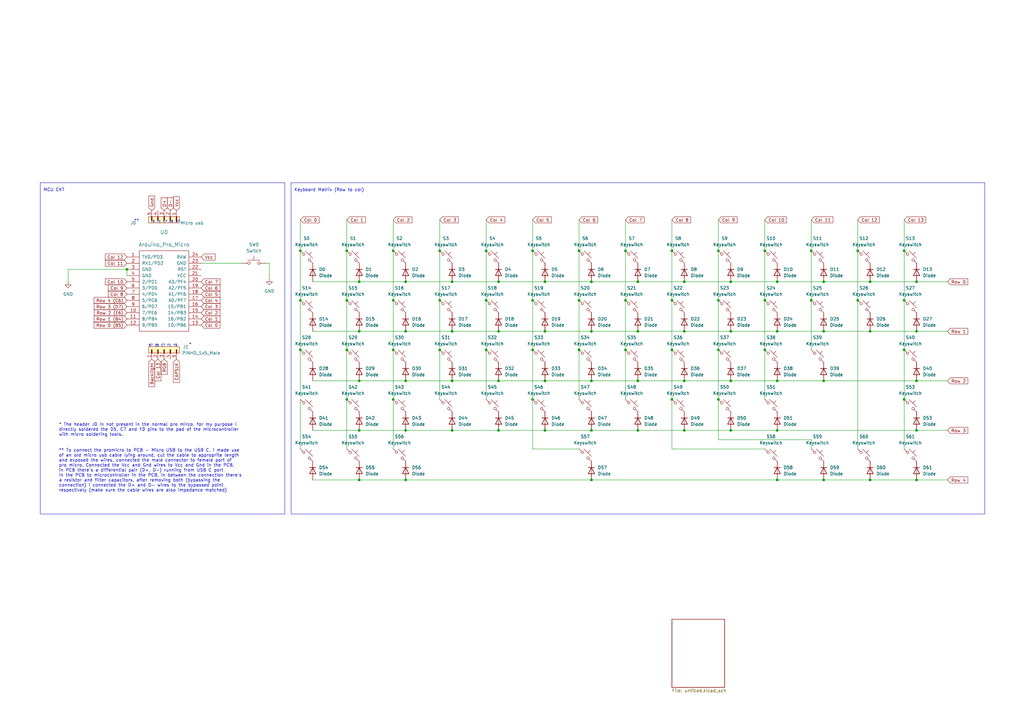
<source format=kicad_sch>
(kicad_sch (version 20230121) (generator eeschema)
  (paper "A3")
  (title_block (rev "v1.0"))
  (junction (at 185.42 135.89))
  (junction (at 337.82 196.85))
  (junction (at 256.54 123.19))
  (junction (at 223.52 156.21))
  (junction (at 337.82 115.57))
  (junction (at 261.62 176.53))
  (junction (at 299.72 156.21))
  (junction (at 356.87 135.89))
  (junction (at 180.34 102.87))
  (junction (at 318.77 135.89))
  (junction (at 199.39 123.19))
  (junction (at 299.72 135.89))
  (junction (at 370.84 123.19))
  (junction (at 375.92 196.85))
  (junction (at 166.37 196.85))
  (junction (at 185.42 115.57))
  (junction (at 294.64 123.19))
  (junction (at 161.29 143.51))
  (junction (at 223.52 135.89))
  (junction (at 242.57 156.21))
  (junction (at 370.84 143.51))
  (junction (at 256.54 143.51))
  (junction (at 52.07 110.49))
  (junction (at 351.79 123.19))
  (junction (at 375.92 135.89))
  (junction (at 161.29 123.19))
  (junction (at 166.37 156.21))
  (junction (at 161.29 102.87))
  (junction (at 242.57 196.85))
  (junction (at 275.59 102.87))
  (junction (at 123.19 102.87))
  (junction (at 166.37 115.57))
  (junction (at 199.39 102.87))
  (junction (at 280.67 115.57))
  (junction (at 218.44 143.51))
  (junction (at 166.37 135.89))
  (junction (at 237.49 143.51))
  (junction (at 204.47 156.21))
  (junction (at 318.77 156.21))
  (junction (at 337.82 156.21))
  (junction (at 147.32 196.85))
  (junction (at 166.37 176.53))
  (junction (at 261.62 115.57))
  (junction (at 375.92 115.57))
  (junction (at 313.69 102.87))
  (junction (at 256.54 102.87))
  (junction (at 123.19 123.19))
  (junction (at 142.24 163.83))
  (junction (at 237.49 102.87))
  (junction (at 218.44 102.87))
  (junction (at 142.24 102.87))
  (junction (at 318.77 115.57))
  (junction (at 204.47 115.57))
  (junction (at 318.77 196.85))
  (junction (at 294.64 163.83))
  (junction (at 185.42 156.21))
  (junction (at 242.57 135.89))
  (junction (at 242.57 176.53))
  (junction (at 294.64 102.87))
  (junction (at 218.44 123.19))
  (junction (at 123.19 143.51))
  (junction (at 261.62 135.89))
  (junction (at 313.69 143.51))
  (junction (at 180.34 143.51))
  (junction (at 280.67 176.53))
  (junction (at 356.87 196.85))
  (junction (at 275.59 163.83))
  (junction (at 332.74 102.87))
  (junction (at 261.62 156.21))
  (junction (at 337.82 135.89))
  (junction (at 280.67 135.89))
  (junction (at 332.74 123.19))
  (junction (at 180.34 123.19))
  (junction (at 223.52 176.53))
  (junction (at 370.84 102.87))
  (junction (at 280.67 156.21))
  (junction (at 351.79 102.87))
  (junction (at 161.29 163.83))
  (junction (at 223.52 115.57))
  (junction (at 199.39 143.51))
  (junction (at 218.44 163.83))
  (junction (at 318.77 176.53))
  (junction (at 142.24 143.51))
  (junction (at 294.64 143.51))
  (junction (at 275.59 123.19))
  (junction (at 299.72 115.57))
  (junction (at 204.47 176.53))
  (junction (at 204.47 135.89))
  (junction (at 242.57 115.57))
  (junction (at 356.87 115.57))
  (junction (at 147.32 156.21))
  (junction (at 370.84 163.83))
  (junction (at 185.42 176.53))
  (junction (at 275.59 143.51))
  (junction (at 375.92 156.21))
  (junction (at 299.72 176.53))
  (junction (at 147.32 115.57))
  (junction (at 147.32 135.89))
  (junction (at 313.69 123.19))
  (junction (at 237.49 123.19))
  (junction (at 375.92 176.53))
  (junction (at 147.32 176.53))
  (junction (at 142.24 123.19))
  (wire (pts (xy 147.32 196.85) (xy 166.37 196.85)))
  (wire (pts (xy 218.44 123.19) (xy 218.44 143.51)))
  (wire (pts (xy 299.72 115.57) (xy 318.77 115.57)))
  (wire (pts (xy 280.67 135.89) (xy 299.72 135.89)))
  (wire (pts (xy 147.32 156.21) (xy 166.37 156.21)))
  (wire (pts (xy 218.44 90.17) (xy 218.44 102.87)))
  (wire (pts (xy 52.07 110.49) (xy 27.94 110.49)))
  (wire (pts (xy 82.55 107.95) (xy 99.06 107.95)))
  (wire (pts (xy 218.44 163.83) (xy 218.44 184.15)))
  (wire (pts (xy 110.49 107.95) (xy 109.22 107.95)))
  (wire (pts (xy 275.59 143.51) (xy 275.59 163.83)))
  (wire (pts (xy 123.19 123.19) (xy 123.19 143.51)))
  (wire (pts (xy 123.19 90.17) (xy 123.19 102.87)))
  (wire (pts (xy 275.59 123.19) (xy 275.59 143.51)))
  (wire (pts (xy 294.64 102.87) (xy 294.64 123.19)))
  (wire (pts (xy 256.54 123.19) (xy 256.54 143.51)))
  (wire (pts (xy 142.24 143.51) (xy 142.24 163.83)))
  (wire (pts (xy 280.67 115.57) (xy 299.72 115.57)))
  (wire (pts (xy 318.77 135.89) (xy 337.82 135.89)))
  (wire (pts (xy 242.57 156.21) (xy 261.62 156.21)))
  (wire (pts (xy 275.59 102.87) (xy 275.59 123.19)))
  (wire (pts (xy 161.29 163.83) (xy 161.29 184.15)))
  (wire (pts (xy 332.74 102.87) (xy 332.74 123.19)))
  (wire (pts (xy 242.57 196.85) (xy 318.77 196.85)))
  (wire (pts (xy 142.24 123.19) (xy 142.24 143.51)))
  (wire (pts (xy 180.34 90.17) (xy 180.34 102.87)))
  (wire (pts (xy 166.37 176.53) (xy 185.42 176.53)))
  (wire (pts (xy 294.64 123.19) (xy 294.64 143.51)))
  (wire (pts (xy 161.29 102.87) (xy 161.29 123.19)))
  (wire (pts (xy 332.74 180.34) (xy 294.64 180.34)))
  (wire (pts (xy 142.24 163.83) (xy 142.24 184.15)))
  (wire (pts (xy 204.47 135.89) (xy 223.52 135.89)))
  (wire (pts (xy 313.69 143.51) (xy 313.69 163.83)))
  (wire (pts (xy 237.49 184.15) (xy 218.44 184.15)))
  (wire (pts (xy 318.77 115.57) (xy 337.82 115.57)))
  (wire (pts (xy 375.92 135.89) (xy 388.62 135.89)))
  (wire (pts (xy 313.69 184.15) (xy 275.59 184.15)))
  (wire (pts (xy 351.79 102.87) (xy 351.79 123.19)))
  (wire (pts (xy 332.74 184.15) (xy 332.74 180.34)))
  (wire (pts (xy 199.39 123.19) (xy 199.39 143.51)))
  (wire (pts (xy 299.72 176.53) (xy 318.77 176.53)))
  (wire (pts (xy 166.37 135.89) (xy 185.42 135.89)))
  (wire (pts (xy 128.27 135.89) (xy 147.32 135.89)))
  (wire (pts (xy 370.84 143.51) (xy 370.84 163.83)))
  (wire (pts (xy 375.92 115.57) (xy 388.62 115.57)))
  (wire (pts (xy 318.77 156.21) (xy 337.82 156.21)))
  (wire (pts (xy 166.37 115.57) (xy 185.42 115.57)))
  (wire (pts (xy 199.39 143.51) (xy 199.39 163.83)))
  (wire (pts (xy 299.72 135.89) (xy 318.77 135.89)))
  (wire (pts (xy 356.87 135.89) (xy 375.92 135.89)))
  (wire (pts (xy 128.27 196.85) (xy 147.32 196.85)))
  (wire (pts (xy 27.94 110.49) (xy 27.94 115.57)))
  (wire (pts (xy 294.64 90.17) (xy 294.64 102.87)))
  (wire (pts (xy 123.19 163.83) (xy 123.19 184.15)))
  (wire (pts (xy 261.62 135.89) (xy 280.67 135.89)))
  (wire (pts (xy 356.87 115.57) (xy 375.92 115.57)))
  (wire (pts (xy 147.32 135.89) (xy 166.37 135.89)))
  (wire (pts (xy 185.42 156.21) (xy 204.47 156.21)))
  (wire (pts (xy 337.82 115.57) (xy 356.87 115.57)))
  (wire (pts (xy 337.82 196.85) (xy 356.87 196.85)))
  (wire (pts (xy 166.37 156.21) (xy 185.42 156.21)))
  (wire (pts (xy 110.49 114.3) (xy 110.49 107.95)))
  (wire (pts (xy 185.42 135.89) (xy 204.47 135.89)))
  (wire (pts (xy 242.57 135.89) (xy 261.62 135.89)))
  (wire (pts (xy 313.69 90.17) (xy 313.69 102.87)))
  (wire (pts (xy 261.62 176.53) (xy 280.67 176.53)))
  (wire (pts (xy 275.59 184.15) (xy 275.59 163.83)))
  (wire (pts (xy 237.49 90.17) (xy 237.49 102.87)))
  (wire (pts (xy 180.34 123.19) (xy 180.34 143.51)))
  (wire (pts (xy 337.82 156.21) (xy 375.92 156.21)))
  (wire (pts (xy 161.29 123.19) (xy 161.29 143.51)))
  (wire (pts (xy 261.62 115.57) (xy 280.67 115.57)))
  (wire (pts (xy 142.24 90.17) (xy 142.24 102.87)))
  (wire (pts (xy 223.52 156.21) (xy 242.57 156.21)))
  (wire (pts (xy 242.57 176.53) (xy 261.62 176.53)))
  (wire (pts (xy 223.52 135.89) (xy 242.57 135.89)))
  (wire (pts (xy 275.59 90.17) (xy 275.59 102.87)))
  (wire (pts (xy 52.07 110.49) (xy 52.07 113.03)))
  (wire (pts (xy 280.67 156.21) (xy 299.72 156.21)))
  (wire (pts (xy 147.32 115.57) (xy 166.37 115.57)))
  (wire (pts (xy 237.49 143.51) (xy 237.49 163.83)))
  (wire (pts (xy 199.39 102.87) (xy 199.39 123.19)))
  (wire (pts (xy 185.42 115.57) (xy 204.47 115.57)))
  (wire (pts (xy 180.34 143.51) (xy 180.34 163.83)))
  (wire (pts (xy 161.29 90.17) (xy 161.29 102.87)))
  (wire (pts (xy 242.57 115.57) (xy 261.62 115.57)))
  (wire (pts (xy 375.92 156.21) (xy 388.62 156.21)))
  (wire (pts (xy 313.69 123.19) (xy 313.69 143.51)))
  (wire (pts (xy 223.52 115.57) (xy 242.57 115.57)))
  (wire (pts (xy 337.82 135.89) (xy 356.87 135.89)))
  (wire (pts (xy 370.84 102.87) (xy 370.84 123.19)))
  (wire (pts (xy 161.29 143.51) (xy 161.29 163.83)))
  (wire (pts (xy 375.92 196.85) (xy 388.62 196.85)))
  (wire (pts (xy 318.77 176.53) (xy 375.92 176.53)))
  (wire (pts (xy 123.19 102.87) (xy 123.19 123.19)))
  (wire (pts (xy 237.49 102.87) (xy 237.49 123.19)))
  (wire (pts (xy 370.84 90.17) (xy 370.84 102.87)))
  (wire (pts (xy 204.47 176.53) (xy 223.52 176.53)))
  (wire (pts (xy 332.74 123.19) (xy 332.74 143.51)))
  (wire (pts (xy 261.62 156.21) (xy 280.67 156.21)))
  (wire (pts (xy 128.27 156.21) (xy 147.32 156.21)))
  (wire (pts (xy 256.54 90.17) (xy 256.54 102.87)))
  (wire (pts (xy 185.42 176.53) (xy 204.47 176.53)))
  (wire (pts (xy 375.92 176.53) (xy 388.62 176.53)))
  (wire (pts (xy 313.69 102.87) (xy 313.69 123.19)))
  (wire (pts (xy 370.84 123.19) (xy 370.84 143.51)))
  (wire (pts (xy 280.67 176.53) (xy 299.72 176.53)))
  (wire (pts (xy 218.44 143.51) (xy 218.44 163.83)))
  (wire (pts (xy 351.79 90.17) (xy 351.79 102.87)))
  (wire (pts (xy 318.77 196.85) (xy 337.82 196.85)))
  (wire (pts (xy 142.24 102.87) (xy 142.24 123.19)))
  (wire (pts (xy 128.27 115.57) (xy 147.32 115.57)))
  (wire (pts (xy 351.79 123.19) (xy 351.79 184.15)))
  (wire (pts (xy 166.37 196.85) (xy 242.57 196.85)))
  (wire (pts (xy 204.47 115.57) (xy 223.52 115.57)))
  (wire (pts (xy 299.72 156.21) (xy 318.77 156.21)))
  (wire (pts (xy 204.47 156.21) (xy 223.52 156.21)))
  (wire (pts (xy 223.52 176.53) (xy 242.57 176.53)))
  (wire (pts (xy 370.84 163.83) (xy 370.84 184.15)))
  (wire (pts (xy 294.64 143.51) (xy 294.64 163.83)))
  (wire (pts (xy 123.19 143.51) (xy 123.19 162.56)))
  (wire (pts (xy 356.87 196.85) (xy 375.92 196.85)))
  (wire (pts (xy 256.54 143.51) (xy 256.54 163.83)))
  (wire (pts (xy 256.54 102.87) (xy 256.54 123.19)))
  (wire (pts (xy 128.27 176.53) (xy 147.32 176.53)))
  (wire (pts (xy 199.39 90.17) (xy 199.39 102.87)))
  (wire (pts (xy 147.32 176.53) (xy 166.37 176.53)))
  (wire (pts (xy 180.34 102.87) (xy 180.34 123.19)))
  (wire (pts (xy 218.44 102.87) (xy 218.44 123.19)))
  (wire (pts (xy 294.64 180.34) (xy 294.64 163.83)))
  (wire (pts (xy 237.49 123.19) (xy 237.49 143.51)))
  (wire (pts (xy 332.74 90.17) (xy 332.74 102.87)))
  (rectangle (start 16.51 74.93) (end 116.84 210.82))
  (rectangle (start 119.38 74.93) (end 403.86 210.82))
  (text "D5" (at 71.12 91.44 0) (effects (font (size 0.8 0.8)) (justify right bottom)))
  (text "F1" (at 66.04 91.44 0) (effects (font (size 0.8 0.8)) (justify right bottom)))
  (text "C7" (at 68.58 91.44 0) (effects (font (size 0.8 0.8)) (justify right bottom)))
  (text "F0" (at 63.5 91.44 0) (effects (font (size 0.8 0.8)) (justify right bottom)))
  (text "B7" (at 60.96 142.24 0) (effects (font (size 0.8 0.8)) (justify left bottom)))
  (text "** To connect the promicro to PCB - Micro USB to the USB C, i made use \nof an old micro usb cable lying around, cut the cable to approprite length \nand exposed the wires, connected the male connector to female port of \npro micro, Connected the Vcc and Gnd wires to Vcc and Gnd in the PCB, \nin PCB there's a differential pair (D+, D-) running from USB C port \nin the PCB to microcontroller in the PCB, in between the connection there's \na resistor and filter capacitors, after removing both (bypassing the \nconnection) i connected the D+ and D- wires to the bypassed point \nrespectively (make sure the cable wires are also impedance matched)" (at 24.13 201.93 0) (effects (font (size 1.27 1.27)) (justify left bottom)))
  (text "*\n" (at 77.47 142.24 0) (effects (font (size 1.27 1.27)) (justify left bottom)))
  (text "**" (at 57.15 91.44 0) (effects (font (size 1.27 1.27)) (justify right bottom)))
  (text "MCU CKT" (at 17.78 78.74 0) (effects (font (size 1.27 1.27)) (justify left bottom)))
  (text "F0" (at 71.12 142.24 0) (effects (font (size 0.8 0.8)) (justify left bottom)))
  (text "F1" (at 68.58 142.24 0) (effects (font (size 0.8 0.8)) (justify left bottom)))
  (text "Keyboard Matrix (Row to col)" (at 120.65 78.74 0) (effects (font (size 1.27 1.27)) (justify left bottom)))
  (text "C7" (at 66.04 142.24 0) (effects (font (size 0.8 0.8)) (justify left bottom)))
  (text "* The header J0 in not present in the normal pro mirco, for my purpose i \ndirectly soldered the D5, C7 and F0 pins to the pad of the microcontroller\nwith micro soldering tools." (at 24.13 179.07 0) (effects (font (size 1.27 1.27)) (justify left bottom)))
  (text "D5" (at 63.5 142.24 0) (effects (font (size 0.8 0.8)) (justify left bottom)))
  (text "B7" (at 73.66 91.44 0) (effects (font (size 0.8 0.8)) (justify right bottom)))
  (global_label "CAPSLK" (shape input) (at 72.39 147.32 270) (property "Intersheetrefs" "${INTERSHEET_REFS}" (effects hide)))
  (global_label "Col 4" (shape input) (at 199.39 90.17 0) (property "Intersheetrefs" "${INTERSHEET_REFS}" (effects hide)))
  (global_label "Col 12" (shape input) (at 52.07 105.41 180) (property "Intersheetrefs" "${INTERSHEET_REFS}" (effects hide)))
  (global_label "Col 0" (shape input) (at 123.19 90.17 0) (property "Intersheetrefs" "${INTERSHEET_REFS}" (effects hide)))
  (global_label "Col 3" (shape input) (at 82.55 125.73 0) (property "Intersheetrefs" "${INTERSHEET_REFS}" (effects hide)))
  (global_label "Col 2" (shape input) (at 161.29 90.17 0) (property "Intersheetrefs" "${INTERSHEET_REFS}" (effects hide)))
  (global_label "Col 12" (shape input) (at 351.79 90.17 0) (property "Intersheetrefs" "${INTERSHEET_REFS}" (effects hide)))
  (global_label "Col 7" (shape input) (at 256.54 90.17 0) (property "Intersheetrefs" "${INTERSHEET_REFS}" (effects hide)))
  (global_label "Col 8" (shape input) (at 52.07 120.65 180) (property "Intersheetrefs" "${INTERSHEET_REFS}" (effects hide)))
  (global_label "Col 1" (shape input) (at 142.24 90.17 0) (property "Intersheetrefs" "${INTERSHEET_REFS}" (effects hide)))
  (global_label "Row 1" (shape input) (at 388.62 135.89 0) (property "Intersheetrefs" "${INTERSHEET_REFS}" (effects hide)))
  (global_label "Vcc" (shape input) (at 72.39 86.36 90) (property "Intersheetrefs" "${INTERSHEET_REFS}" (effects hide)))
  (global_label "Col 11" (shape input) (at 332.74 90.17 0) (property "Intersheetrefs" "${INTERSHEET_REFS}" (effects hide)))
  (global_label "Row 2 (E6)" (shape input) (at 52.07 128.27 180) (property "Intersheetrefs" "${INTERSHEET_REFS}" (effects hide)))
  (global_label "Col 5" (shape input) (at 218.44 90.17 0) (property "Intersheetrefs" "${INTERSHEET_REFS}" (effects hide)))
  (global_label "Col 5" (shape input) (at 82.55 120.65 0) (property "Intersheetrefs" "${INTERSHEET_REFS}" (effects hide)))
  (global_label "Col 13" (shape input) (at 64.77 147.32 270) (property "Intersheetrefs" "${INTERSHEET_REFS}" (effects hide)))
  (global_label "Gnd" (shape input) (at 62.23 86.36 90) (property "Intersheetrefs" "${INTERSHEET_REFS}" (effects hide)))
  (global_label "Col 0" (shape input) (at 82.55 133.35 0) (property "Intersheetrefs" "${INTERSHEET_REFS}" (effects hide)))
  (global_label "Col 7" (shape input) (at 82.55 115.57 0) (property "Intersheetrefs" "${INTERSHEET_REFS}" (effects hide)))
  (global_label "Col 1" (shape input) (at 82.55 130.81 0) (property "Intersheetrefs" "${INTERSHEET_REFS}" (effects hide)))
  (global_label "Vcc" (shape input) (at 82.55 105.41 0) (property "Intersheetrefs" "${INTERSHEET_REFS}" (effects hide)))
  (global_label "Row 3" (shape input) (at 388.62 176.53 0) (property "Intersheetrefs" "${INTERSHEET_REFS}" (effects hide)))
  (global_label "D+" (shape input) (at 67.31 86.36 90) (property "Intersheetrefs" "${INTERSHEET_REFS}" (effects hide)))
  (global_label "Col 4" (shape input) (at 82.55 123.19 0) (property "Intersheetrefs" "${INTERSHEET_REFS}" (effects hide)))
  (global_label "Row 4 (C6)" (shape input) (at 52.07 123.19 180) (property "Intersheetrefs" "${INTERSHEET_REFS}" (effects hide)))
  (global_label "D-" (shape input) (at 69.85 86.36 90) (property "Intersheetrefs" "${INTERSHEET_REFS}" (effects hide)))
  (global_label "Col 6" (shape input) (at 237.49 90.17 0) (property "Intersheetrefs" "${INTERSHEET_REFS}" (effects hide)))
  (global_label "Row 4" (shape input) (at 388.62 196.85 0) (property "Intersheetrefs" "${INTERSHEET_REFS}" (effects hide)))
  (global_label "Col 13" (shape input) (at 370.84 90.17 0) (property "Intersheetrefs" "${INTERSHEET_REFS}" (effects hide)))
  (global_label "Col 2" (shape input) (at 82.55 128.27 0) (property "Intersheetrefs" "${INTERSHEET_REFS}" (effects hide)))
  (global_label "RGB" (shape input) (at 67.31 147.32 270) (property "Intersheetrefs" "${INTERSHEET_REFS}" (effects hide)))
  (global_label "Col 9" (shape input) (at 52.07 118.11 180) (property "Intersheetrefs" "${INTERSHEET_REFS}" (effects hide)))
  (global_label "Col 11" (shape input) (at 52.07 107.95 180) (property "Intersheetrefs" "${INTERSHEET_REFS}" (effects hide)))
  (global_label "Row 0 (B5)" (shape input) (at 52.07 133.35 180) (property "Intersheetrefs" "${INTERSHEET_REFS}" (effects hide)))
  (global_label "Row 0" (shape input) (at 388.62 115.57 0) (property "Intersheetrefs" "${INTERSHEET_REFS}" (effects hide)))
  (global_label "Col 9" (shape input) (at 294.64 90.17 0) (property "Intersheetrefs" "${INTERSHEET_REFS}" (effects hide)))
  (global_label "Col 10" (shape input) (at 313.69 90.17 0) (property "Intersheetrefs" "${INTERSHEET_REFS}" (effects hide)))
  (global_label "Backlight" (shape input) (at 62.23 147.32 270) (property "Intersheetrefs" "${INTERSHEET_REFS}" (effects hide)))
  (global_label "Col 6" (shape input) (at 82.55 118.11 0) (property "Intersheetrefs" "${INTERSHEET_REFS}" (effects hide)))
  (global_label "Col 10" (shape input) (at 52.07 115.57 180) (property "Intersheetrefs" "${INTERSHEET_REFS}" (effects hide)))
  (global_label "Row 3 (D7)" (shape input) (at 52.07 125.73 180) (property "Intersheetrefs" "${INTERSHEET_REFS}" (effects hide)))
  (global_label "Col 8" (shape input) (at 275.59 90.17 0) (property "Intersheetrefs" "${INTERSHEET_REFS}" (effects hide)))
  (global_label "Col 3" (shape input) (at 180.34 90.17 0) (property "Intersheetrefs" "${INTERSHEET_REFS}" (effects hide)))
  (global_label "Row 1 (B4)" (shape input) (at 52.07 130.81 180) (property "Intersheetrefs" "${INTERSHEET_REFS}" (effects hide)))
  (global_label "Row 2" (shape input) (at 388.62 156.21 0) (property "Intersheetrefs" "${INTERSHEET_REFS}" (effects hide)))
  (symbol (lib_id "ScottoKeebs:Placeholder_Keyswitch") (at 278.13 146.05 0) (unit 1)
    (property "Reference" "S36" (at 278.13 138.43 0))
    (property "Value" "Keyswitch" (at 278.13 140.97 0))
    (property "Footprint" "ScottoKeebs_MX:MX_PCB_ALED_1.00u" (effects hide))
  )
  (symbol (lib_id "ScottoKeebs:Placeholder_Diode") (at 128.27 193.04 270) (unit 1)
    (property "Reference" "D54" (at 130.81 191.77 90) (effects (justify left)))
    (property "Value" "Diode" (at 130.81 194.31 90) (effects (justify left)))
    (property "Footprint" "ScottoKeebs_Components:Diode_SOD-123" (effects hide))
    (property "Sim.Device" "D" (effects hide))
    (property "Sim.Pins" "1=K 2=A" (effects hide))
  )
  (symbol (lib_id "ScottoKeebs:Placeholder_Keyswitch") (at 316.23 166.37 0) (unit 1)
    (property "Reference" "S51" (at 316.23 158.75 0))
    (property "Value" "Keyswitch" (at 316.23 161.29 0))
    (property "Footprint" "ScottoKeebs_MX:MX_PCB_ALED_1.00u" (effects hide))
  )
  (symbol (lib_id "ScottoKeebs:Placeholder_Diode") (at 356.87 193.04 270) (unit 1)
    (property "Reference" "D60" (at 359.41 191.77 90) (effects (justify left)))
    (property "Value" "Diode" (at 359.41 194.31 90) (effects (justify left)))
    (property "Footprint" "ScottoKeebs_Components:Diode_SOD-123" (effects hide))
    (property "Sim.Device" "D" (effects hide))
    (property "Sim.Pins" "1=K 2=A" (effects hide))
  )
  (symbol (lib_id "ScottoKeebs:Placeholder_Switch") (at 104.14 107.95 0) (unit 1)
    (property "Reference" "SW0" (at 104.14 100.33 0))
    (property "Value" "Switch" (at 104.14 102.87 0))
  )
  (symbol (lib_id "ScottoKeebs:Placeholder_Diode") (at 242.57 111.76 270) (unit 1)
    (property "Reference" "D6" (at 245.11 110.49 90) (effects (justify left)))
    (property "Value" "Diode" (at 245.11 113.03 90) (effects (justify left)))
    (property "Footprint" "ScottoKeebs_Components:Diode_SOD-123" (effects hide))
    (property "Sim.Device" "D" (effects hide))
    (property "Sim.Pins" "1=K 2=A" (effects hide))
  )
  (symbol (lib_id "ScottoKeebs:Placeholder_Keyswitch") (at 220.98 125.73 0) (unit 1)
    (property "Reference" "S19" (at 220.98 118.11 0))
    (property "Value" "Keyswitch" (at 220.98 120.65 0))
    (property "Footprint" "ScottoKeebs_MX:MX_PCB_ALED_1.00u" (effects hide))
  )
  (symbol (lib_id "ScottoKeebs:Placeholder_Diode") (at 128.27 111.76 270) (unit 1)
    (property "Reference" "D0" (at 130.81 110.49 90) (effects (justify left)))
    (property "Value" "Diode" (at 130.81 113.03 90) (effects (justify left)))
    (property "Footprint" "ScottoKeebs_Components:Diode_SOD-123" (effects hide))
    (property "Sim.Device" "D" (effects hide))
    (property "Sim.Pins" "1=K 2=A" (effects hide))
  )
  (symbol (lib_id "ScottoKeebs:Placeholder_Diode") (at 166.37 193.04 270) (unit 1)
    (property "Reference" "D56" (at 168.91 191.77 90) (effects (justify left)))
    (property "Value" "Diode" (at 168.91 194.31 90) (effects (justify left)))
    (property "Footprint" "ScottoKeebs_Components:Diode_SOD-123" (effects hide))
    (property "Sim.Device" "D" (effects hide))
    (property "Sim.Pins" "1=K 2=A" (effects hide))
  )
  (symbol (lib_id "ScottoKeebs:Placeholder_Keyswitch") (at 240.03 125.73 0) (unit 1)
    (property "Reference" "S20" (at 240.03 118.11 0))
    (property "Value" "Keyswitch" (at 240.03 120.65 0))
    (property "Footprint" "ScottoKeebs_MX:MX_PCB_ALED_1.00u" (effects hide))
  )
  (symbol (lib_id "ScottoKeebs:Placeholder_Diode") (at 223.52 111.76 270) (unit 1)
    (property "Reference" "D5" (at 226.06 110.49 90) (effects (justify left)))
    (property "Value" "Diode" (at 226.06 113.03 90) (effects (justify left)))
    (property "Footprint" "ScottoKeebs_Components:Diode_SOD-123" (effects hide))
    (property "Sim.Device" "D" (effects hide))
    (property "Sim.Pins" "1=K 2=A" (effects hide))
  )
  (symbol (lib_id "ScottoKeebs:Placeholder_Diode") (at 147.32 193.04 270) (unit 1)
    (property "Reference" "D55" (at 149.86 191.77 90) (effects (justify left)))
    (property "Value" "Diode" (at 149.86 194.31 90) (effects (justify left)))
    (property "Footprint" "ScottoKeebs_Components:Diode_SOD-123" (effects hide))
    (property "Sim.Device" "D" (effects hide))
    (property "Sim.Pins" "1=K 2=A" (effects hide))
  )
  (symbol (lib_id "ScottoKeebs:Placeholder_Keyswitch") (at 163.83 166.37 0) (unit 1)
    (property "Reference" "S43" (at 163.83 158.75 0))
    (property "Value" "Keyswitch" (at 163.83 161.29 0))
    (property "Footprint" "ScottoKeebs_MX:MX_PCB_ALED_1.00u" (effects hide))
  )
  (symbol (lib_id "ScottoKeebs:Placeholder_Keyswitch") (at 335.28 105.41 0) (unit 1)
    (property "Reference" "S11" (at 335.28 97.79 0))
    (property "Value" "Keyswitch" (at 335.28 100.33 0))
    (property "Footprint" "ScottoKeebs_MX:MX_PCB_ALED_1.00u" (effects hide))
  )
  (symbol (lib_id "ScottoKeebs:Placeholder_Keyswitch") (at 278.13 125.73 0) (unit 1)
    (property "Reference" "S22" (at 278.13 118.11 0))
    (property "Value" "Keyswitch" (at 278.13 120.65 0))
    (property "Footprint" "ScottoKeebs_MX:MX_PCB_ALED_1.00u" (effects hide))
  )
  (symbol (lib_id "ScottoKeebs:Placeholder_Diode") (at 223.52 172.72 270) (unit 1)
    (property "Reference" "D46" (at 226.06 171.45 90) (effects (justify left)))
    (property "Value" "Diode" (at 226.06 173.99 90) (effects (justify left)))
    (property "Footprint" "ScottoKeebs_Components:Diode_SOD-123" (effects hide))
    (property "Sim.Device" "D" (effects hide))
    (property "Sim.Pins" "1=K 2=A" (effects hide))
  )
  (symbol (lib_id "ScottoKeebs:Placeholder_Diode") (at 204.47 111.76 270) (unit 1)
    (property "Reference" "D4" (at 207.01 110.49 90) (effects (justify left)))
    (property "Value" "Diode" (at 207.01 113.03 90) (effects (justify left)))
    (property "Footprint" "ScottoKeebs_Components:Diode_SOD-123" (effects hide))
    (property "Sim.Device" "D" (effects hide))
    (property "Sim.Pins" "1=K 2=A" (effects hide))
  )
  (symbol (lib_id "ScottoKeebs:Placeholder_Diode") (at 128.27 132.08 270) (unit 1)
    (property "Reference" "D14" (at 130.81 130.81 90) (effects (justify left)))
    (property "Value" "Diode" (at 130.81 133.35 90) (effects (justify left)))
    (property "Footprint" "ScottoKeebs_Components:Diode_SOD-123" (effects hide))
    (property "Sim.Device" "D" (effects hide))
    (property "Sim.Pins" "1=K 2=A" (effects hide))
  )
  (symbol (lib_id "ScottoKeebs:Placeholder_Diode") (at 318.77 111.76 270) (unit 1)
    (property "Reference" "D10" (at 321.31 110.49 90) (effects (justify left)))
    (property "Value" "Diode" (at 321.31 113.03 90) (effects (justify left)))
    (property "Footprint" "ScottoKeebs_Components:Diode_SOD-123" (effects hide))
    (property "Sim.Device" "D" (effects hide))
    (property "Sim.Pins" "1=K 2=A" (effects hide))
  )
  (symbol (lib_id "ScottoKeebs:Placeholder_Keyswitch") (at 125.73 105.41 0) (unit 1)
    (property "Reference" "S0" (at 125.73 97.79 0))
    (property "Value" "Keyswitch" (at 125.73 100.33 0))
    (property "Footprint" "ScottoKeebs_MX:MX_PCB_ALED_1.00u" (effects hide))
  )
  (symbol (lib_id "ScottoKeebs:Placeholder_Diode") (at 375.92 172.72 270) (unit 1)
    (property "Reference" "D53" (at 378.46 171.45 90) (effects (justify left)))
    (property "Value" "Diode" (at 378.46 173.99 90) (effects (justify left)))
    (property "Footprint" "ScottoKeebs_Components:Diode_SOD-123" (effects hide))
    (property "Sim.Device" "D" (effects hide))
    (property "Sim.Pins" "1=K 2=A" (effects hide))
  )
  (symbol (lib_id "ScottoKeebs:Placeholder_Keyswitch") (at 354.33 186.69 0) (unit 1)
    (property "Reference" "S60" (at 354.33 179.07 0))
    (property "Value" "Keyswitch" (at 354.33 181.61 0))
    (property "Footprint" "ScottoKeebs_MX:MX_PCB_ALED_1.00u" (effects hide))
  )
  (symbol (lib_id "ScottoKeebs:Placeholder_Diode") (at 337.82 111.76 270) (unit 1)
    (property "Reference" "D11" (at 340.36 110.49 90) (effects (justify left)))
    (property "Value" "Diode" (at 340.36 113.03 90) (effects (justify left)))
    (property "Footprint" "ScottoKeebs_Components:Diode_SOD-123" (effects hide))
    (property "Sim.Device" "D" (effects hide))
    (property "Sim.Pins" "1=K 2=A" (effects hide))
  )
  (symbol (lib_id "ScottoKeebs:Placeholder_Diode") (at 223.52 152.4 270) (unit 1)
    (property "Reference" "D33" (at 226.06 151.13 90) (effects (justify left)))
    (property "Value" "Diode" (at 226.06 153.67 90) (effects (justify left)))
    (property "Footprint" "ScottoKeebs_Components:Diode_SOD-123" (effects hide))
    (property "Sim.Device" "D" (effects hide))
    (property "Sim.Pins" "1=K 2=A" (effects hide))
  )
  (symbol (lib_id "ScottoKeebs:Placeholder_Keyswitch") (at 163.83 105.41 0) (unit 1)
    (property "Reference" "S2" (at 163.83 97.79 0))
    (property "Value" "Keyswitch" (at 163.83 100.33 0))
    (property "Footprint" "ScottoKeebs_MX:MX_PCB_ALED_1.00u" (effects hide))
  )
  (symbol (lib_id "ScottoKeebs:Placeholder_Diode") (at 147.32 111.76 270) (unit 1)
    (property "Reference" "D1" (at 149.86 110.49 90) (effects (justify left)))
    (property "Value" "Diode" (at 149.86 113.03 90) (effects (justify left)))
    (property "Footprint" "ScottoKeebs_Components:Diode_SOD-123" (effects hide))
    (property "Sim.Device" "D" (effects hide))
    (property "Sim.Pins" "1=K 2=A" (effects hide))
  )
  (symbol (lib_id "ScottoKeebs:Placeholder_Keyswitch") (at 335.28 186.69 0) (unit 1)
    (property "Reference" "S59" (at 335.28 179.07 0))
    (property "Value" "Keyswitch" (at 335.28 181.61 0))
    (property "Footprint" "ScottoKeebs_MX:MX_PCB_ALED_1.00u" (effects hide))
  )
  (symbol (lib_id "ScottoKeebs:Placeholder_Diode") (at 318.77 172.72 270) (unit 1)
    (property "Reference" "D51" (at 321.31 171.45 90) (effects (justify left)))
    (property "Value" "Diode" (at 321.31 173.99 90) (effects (justify left)))
    (property "Footprint" "ScottoKeebs_Components:Diode_SOD-123" (effects hide))
    (property "Sim.Device" "D" (effects hide))
    (property "Sim.Pins" "1=K 2=A" (effects hide))
  )
  (symbol (lib_id "PCM_SL_Pin_Headers:PINHD_1x5_Male") (at 67.31 143.51 90) (unit 1)
    (property "Reference" "J1" (at 76.2 142.24 90))
    (property "Value" "PINHD_1x5_Male" (at 82.55 144.78 90))
    (property "Footprint" "Connector_PinHeader_2.54mm:PinHeader_1x05_P2.54mm_Vertical" (effects hide))
  )
  (symbol (lib_id "ScottoKeebs:MCU_Arduino_Pro_Micro") (at 67.31 119.38 0) (unit 1)
    (property "Reference" "U0" (at 67.31 95.25 0) (effects (font (size 1.524 1.524))))
    (property "Value" "Arduino_Pro_Micro" (at 67.31 100.33 0) (effects (font (size 1.524 1.524))))
    (property "Footprint" "ScottoKeebs_MCU:Arduino_Pro_Micro" (effects hide))
  )
  (symbol (lib_id "ScottoKeebs:Placeholder_Diode") (at 166.37 172.72 270) (unit 1)
    (property "Reference" "D43" (at 168.91 171.45 90) (effects (justify left)))
    (property "Value" "Diode" (at 168.91 173.99 90) (effects (justify left)))
    (property "Footprint" "ScottoKeebs_Components:Diode_SOD-123" (effects hide))
    (property "Sim.Device" "D" (effects hide))
    (property "Sim.Pins" "1=K 2=A" (effects hide))
  )
  (symbol (lib_id "ScottoKeebs:Placeholder_Keyswitch") (at 297.18 146.05 0) (unit 1)
    (property "Reference" "S37" (at 297.18 138.43 0))
    (property "Value" "Keyswitch" (at 297.18 140.97 0))
    (property "Footprint" "ScottoKeebs_MX:MX_PCB_ALED_1.00u" (effects hide))
  )
  (symbol (lib_id "ScottoKeebs:Placeholder_Keyswitch") (at 240.03 146.05 0) (unit 1)
    (property "Reference" "S34" (at 240.03 138.43 0))
    (property "Value" "Keyswitch" (at 240.03 140.97 0))
    (property "Footprint" "ScottoKeebs_MX:MX_PCB_ALED_1.00u" (effects hide))
  )
  (symbol (lib_id "ScottoKeebs:Placeholder_Keyswitch") (at 335.28 125.73 0) (unit 1)
    (property "Reference" "S25" (at 335.28 118.11 0))
    (property "Value" "Keyswitch" (at 335.28 120.65 0))
    (property "Footprint" "ScottoKeebs_MX:MX_PCB_ALED_1.00u" (effects hide))
  )
  (symbol (lib_id "ScottoKeebs:Placeholder_Keyswitch") (at 278.13 105.41 0) (unit 1)
    (property "Reference" "S8" (at 278.13 97.79 0))
    (property "Value" "Keyswitch" (at 278.13 100.33 0))
    (property "Footprint" "ScottoKeebs_MX:MX_PCB_ALED_1.00u" (effects hide))
  )
  (symbol (lib_id "ScottoKeebs:Placeholder_Diode") (at 375.92 152.4 270) (unit 1)
    (property "Reference" "D40" (at 378.46 151.13 90) (effects (justify left)))
    (property "Value" "Diode" (at 378.46 153.67 90) (effects (justify left)))
    (property "Footprint" "ScottoKeebs_Components:Diode_SOD-123" (effects hide))
    (property "Sim.Device" "D" (effects hide))
    (property "Sim.Pins" "1=K 2=A" (effects hide))
  )
  (symbol (lib_id "power:GND") (at 110.49 114.3 0) (unit 1)
    (property "Reference" "#PWR01" (effects hide))
    (property "Value" "GND" (at 110.49 119.38 0))
  )
  (symbol (lib_id "ScottoKeebs:Placeholder_Diode") (at 185.42 152.4 270) (unit 1)
    (property "Reference" "D31" (at 187.96 151.13 90) (effects (justify left)))
    (property "Value" "Diode" (at 187.96 153.67 90) (effects (justify left)))
    (property "Footprint" "ScottoKeebs_Components:Diode_SOD-123" (effects hide))
    (property "Sim.Device" "D" (effects hide))
    (property "Sim.Pins" "1=K 2=A" (effects hide))
  )
  (symbol (lib_id "ScottoKeebs:Placeholder_Keyswitch") (at 201.93 166.37 0) (unit 1)
    (property "Reference" "S45" (at 201.93 158.75 0))
    (property "Value" "Keyswitch" (at 201.93 161.29 0))
    (property "Footprint" "ScottoKeebs_MX:MX_PCB_ALED_1.00u" (effects hide))
  )
  (symbol (lib_id "ScottoKeebs:Placeholder_Keyswitch") (at 316.23 105.41 0) (unit 1)
    (property "Reference" "S10" (at 316.23 97.79 0))
    (property "Value" "Keyswitch" (at 316.23 100.33 0))
    (property "Footprint" "ScottoKeebs_MX:MX_PCB_ALED_1.00u" (effects hide))
  )
  (symbol (lib_id "ScottoKeebs:Placeholder_Diode") (at 299.72 132.08 270) (unit 1)
    (property "Reference" "D23" (at 302.26 130.81 90) (effects (justify left)))
    (property "Value" "Diode" (at 302.26 133.35 90) (effects (justify left)))
    (property "Footprint" "ScottoKeebs_Components:Diode_SOD-123" (effects hide))
    (property "Sim.Device" "D" (effects hide))
    (property "Sim.Pins" "1=K 2=A" (effects hide))
  )
  (symbol (lib_id "ScottoKeebs:Placeholder_Keyswitch") (at 259.08 166.37 0) (unit 1)
    (property "Reference" "S48" (at 259.08 158.75 0))
    (property "Value" "Keyswitch" (at 259.08 161.29 0))
    (property "Footprint" "ScottoKeebs_MX:MX_PCB_ALED_1.00u" (effects hide))
  )
  (symbol (lib_id "ScottoKeebs:Placeholder_Keyswitch") (at 163.83 146.05 0) (unit 1)
    (property "Reference" "S30" (at 163.83 138.43 0))
    (property "Value" "Keyswitch" (at 163.83 140.97 0))
    (property "Footprint" "ScottoKeebs_MX:MX_PCB_ALED_1.00u" (effects hide))
  )
  (symbol (lib_id "ScottoKeebs:Placeholder_Keyswitch") (at 259.08 125.73 0) (unit 1)
    (property "Reference" "S21" (at 259.08 118.11 0))
    (property "Value" "Keyswitch" (at 259.08 120.65 0))
    (property "Footprint" "ScottoKeebs_MX:MX_PCB_ALED_1.00u" (effects hide))
  )
  (symbol (lib_id "ScottoKeebs:Placeholder_Keyswitch") (at 163.83 186.69 0) (unit 1)
    (property "Reference" "S56" (at 163.83 179.07 0))
    (property "Value" "Keyswitch" (at 163.83 181.61 0))
    (property "Footprint" "ScottoKeebs_MX:MX_PCB_ALED_1.00u" (effects hide))
  )
  (symbol (lib_id "ScottoKeebs:Placeholder_Keyswitch") (at 125.73 146.05 0) (unit 1)
    (property "Reference" "S28" (at 125.73 138.43 0))
    (property "Value" "Keyswitch" (at 125.73 140.97 0))
    (property "Footprint" "ScottoKeebs_MX:MX_PCB_ALED_1.00u" (effects hide))
  )
  (symbol (lib_id "ScottoKeebs:Placeholder_Keyswitch") (at 144.78 146.05 0) (unit 1)
    (property "Reference" "S29" (at 144.78 138.43 0))
    (property "Value" "Keyswitch" (at 144.78 140.97 0))
    (property "Footprint" "ScottoKeebs_MX:MX_PCB_ALED_1.00u" (effects hide))
  )
  (symbol (lib_id "ScottoKeebs:Placeholder_Diode") (at 261.62 152.4 270) (unit 1)
    (property "Reference" "D35" (at 264.16 151.13 90) (effects (justify left)))
    (property "Value" "Diode" (at 264.16 153.67 90) (effects (justify left)))
    (property "Footprint" "ScottoKeebs_Components:Diode_SOD-123" (effects hide))
    (property "Sim.Device" "D" (effects hide))
    (property "Sim.Pins" "1=K 2=A" (effects hide))
  )
  (symbol (lib_id "ScottoKeebs:Placeholder_Diode") (at 147.32 172.72 270) (unit 1)
    (property "Reference" "D42" (at 149.86 171.45 90) (effects (justify left)))
    (property "Value" "Diode" (at 149.86 173.99 90) (effects (justify left)))
    (property "Footprint" "ScottoKeebs_Components:Diode_SOD-123" (effects hide))
    (property "Sim.Device" "D" (effects hide))
    (property "Sim.Pins" "1=K 2=A" (effects hide))
  )
  (symbol (lib_id "ScottoKeebs:Placeholder_Keyswitch") (at 354.33 125.73 0) (unit 1)
    (property "Reference" "S26" (at 354.33 118.11 0))
    (property "Value" "Keyswitch" (at 354.33 120.65 0))
    (property "Footprint" "ScottoKeebs_MX:MX_PCB_ALED_1.00u" (effects hide))
  )
  (symbol (lib_id "ScottoKeebs:Placeholder_Diode") (at 147.32 132.08 270) (unit 1)
    (property "Reference" "D15" (at 149.86 130.81 90) (effects (justify left)))
    (property "Value" "Diode" (at 149.86 133.35 90) (effects (justify left)))
    (property "Footprint" "ScottoKeebs_Components:Diode_SOD-123" (effects hide))
    (property "Sim.Device" "D" (effects hide))
    (property "Sim.Pins" "1=K 2=A" (effects hide))
  )
  (symbol (lib_id "ScottoKeebs:Placeholder_Keyswitch") (at 297.18 125.73 0) (unit 1)
    (property "Reference" "S23" (at 297.18 118.11 0))
    (property "Value" "Keyswitch" (at 297.18 120.65 0))
    (property "Footprint" "ScottoKeebs_MX:MX_PCB_ALED_1.00u" (effects hide))
  )
  (symbol (lib_id "ScottoKeebs:Placeholder_Diode") (at 204.47 172.72 270) (unit 1)
    (property "Reference" "D45" (at 207.01 171.45 90) (effects (justify left)))
    (property "Value" "Diode" (at 207.01 173.99 90) (effects (justify left)))
    (property "Footprint" "ScottoKeebs_Components:Diode_SOD-123" (effects hide))
    (property "Sim.Device" "D" (effects hide))
    (property "Sim.Pins" "1=K 2=A" (effects hide))
  )
  (symbol (lib_id "ScottoKeebs:Placeholder_Keyswitch") (at 297.18 166.37 0) (unit 1)
    (property "Reference" "S50" (at 297.18 158.75 0))
    (property "Value" "Keyswitch" (at 297.18 161.29 0))
    (property "Footprint" "ScottoKeebs_MX:MX_PCB_ALED_1.00u" (effects hide))
  )
  (symbol (lib_id "power:GND") (at 27.94 115.57 0) (unit 1)
    (property "Reference" "#PWR00" (effects hide))
    (property "Value" "GND" (at 27.94 120.65 0))
  )
  (symbol (lib_id "ScottoKeebs:Placeholder_Keyswitch") (at 335.28 146.05 0) (unit 1)
    (property "Reference" "S39" (at 335.28 138.43 0))
    (property "Value" "Keyswitch" (at 335.28 140.97 0))
    (property "Footprint" "ScottoKeebs_MX:MX_PCB_ALED_1.00u" (effects hide))
  )
  (symbol (lib_id "ScottoKeebs:Placeholder_Diode") (at 280.67 172.72 270) (unit 1)
    (property "Reference" "D49" (at 283.21 171.45 90) (effects (justify left)))
    (property "Value" "Diode" (at 283.21 173.99 90) (effects (justify left)))
    (property "Footprint" "ScottoKeebs_Components:Diode_SOD-123" (effects hide))
    (property "Sim.Device" "D" (effects hide))
    (property "Sim.Pins" "1=K 2=A" (effects hide))
  )
  (symbol (lib_id "ScottoKeebs:Placeholder_Diode") (at 356.87 132.08 270) (unit 1)
    (property "Reference" "D26" (at 359.41 130.81 90) (effects (justify left)))
    (property "Value" "Diode" (at 359.41 133.35 90) (effects (justify left)))
    (property "Footprint" "ScottoKeebs_Components:Diode_SOD-123" (effects hide))
    (property "Sim.Device" "D" (effects hide))
    (property "Sim.Pins" "1=K 2=A" (effects hide))
  )
  (symbol (lib_id "ScottoKeebs:Placeholder_Diode") (at 318.77 152.4 270) (unit 1)
    (property "Reference" "D38" (at 321.31 151.13 90) (effects (justify left)))
    (property "Value" "Diode" (at 321.31 153.67 90) (effects (justify left)))
    (property "Footprint" "ScottoKeebs_Components:Diode_SOD-123" (effects hide))
    (property "Sim.Device" "D" (effects hide))
    (property "Sim.Pins" "1=K 2=A" (effects hide))
  )
  (symbol (lib_id "ScottoKeebs:Placeholder_Keyswitch") (at 220.98 146.05 0) (unit 1)
    (property "Reference" "S33" (at 220.98 138.43 0))
    (property "Value" "Keyswitch" (at 220.98 140.97 0))
    (property "Footprint" "ScottoKeebs_MX:MX_PCB_ALED_1.00u" (effects hide))
  )
  (symbol (lib_id "ScottoKeebs:Placeholder_Diode") (at 166.37 111.76 270) (unit 1)
    (property "Reference" "D2" (at 168.91 110.49 90) (effects (justify left)))
    (property "Value" "Diode" (at 168.91 113.03 90) (effects (justify left)))
    (property "Footprint" "ScottoKeebs_Components:Diode_SOD-123" (effects hide))
    (property "Sim.Device" "D" (effects hide))
    (property "Sim.Pins" "1=K 2=A" (effects hide))
  )
  (symbol (lib_id "ScottoKeebs:Placeholder_Keyswitch") (at 373.38 146.05 0) (unit 1)
    (property "Reference" "S40" (at 373.38 138.43 0))
    (property "Value" "Keyswitch" (at 373.38 140.97 0))
    (property "Footprint" "ScottoKeebs_MX:MX_PCB_ALED_1.00u" (effects hide))
  )
  (symbol (lib_id "ScottoKeebs:Placeholder_Keyswitch") (at 240.03 166.37 0) (unit 1)
    (property "Reference" "S47" (at 240.03 158.75 0))
    (property "Value" "Keyswitch" (at 240.03 161.29 0))
    (property "Footprint" "ScottoKeebs_MX:MX_PCB_ALED_1.00u" (effects hide))
  )
  (symbol (lib_id "ScottoKeebs:Placeholder_Keyswitch") (at 373.38 166.37 0) (unit 1)
    (property "Reference" "S53" (at 373.38 158.75 0))
    (property "Value" "Keyswitch" (at 373.38 161.29 0))
    (property "Footprint" "ScottoKeebs_MX:MX_PCB_ALED_1.00u" (effects hide))
  )
  (symbol (lib_id "ScottoKeebs:Placeholder_Keyswitch") (at 240.03 105.41 0) (unit 1)
    (property "Reference" "S6" (at 240.03 97.79 0))
    (property "Value" "Keyswitch" (at 240.03 100.33 0))
    (property "Footprint" "ScottoKeebs_MX:MX_PCB_ALED_1.00u" (effects hide))
  )
  (symbol (lib_id "ScottoKeebs:Placeholder_Keyswitch") (at 373.38 186.69 0) (unit 1)
    (property "Reference" "S61" (at 373.38 179.07 0))
    (property "Value" "Keyswitch" (at 373.38 181.61 0))
    (property "Footprint" "ScottoKeebs_MX:MX_PCB_ALED_1.00u" (effects hide))
  )
  (symbol (lib_id "ScottoKeebs:Placeholder_Keyswitch") (at 220.98 105.41 0) (unit 1)
    (property "Reference" "S5" (at 220.98 97.79 0))
    (property "Value" "Keyswitch" (at 220.98 100.33 0))
    (property "Footprint" "ScottoKeebs_MX:MX_PCB_ALED_1.00u" (effects hide))
  )
  (symbol (lib_id "ScottoKeebs:Placeholder_Diode") (at 242.57 193.04 270) (unit 1)
    (property "Reference" "D57" (at 245.11 191.77 90) (effects (justify left)))
    (property "Value" "Diode" (at 245.11 194.31 90) (effects (justify left)))
    (property "Footprint" "ScottoKeebs_Components:Diode_SOD-123" (effects hide))
    (property "Sim.Device" "D" (effects hide))
    (property "Sim.Pins" "1=K 2=A" (effects hide))
  )
  (symbol (lib_id "ScottoKeebs:Placeholder_Diode") (at 280.67 152.4 270) (unit 1)
    (property "Reference" "D36" (at 283.21 151.13 90) (effects (justify left)))
    (property "Value" "Diode" (at 283.21 153.67 90) (effects (justify left)))
    (property "Footprint" "ScottoKeebs_Components:Diode_SOD-123" (effects hide))
    (property "Sim.Device" "D" (effects hide))
    (property "Sim.Pins" "1=K 2=A" (effects hide))
  )
  (symbol (lib_id "ScottoKeebs:Placeholder_Keyswitch") (at 201.93 146.05 0) (unit 1)
    (property "Reference" "S32" (at 201.93 138.43 0))
    (property "Value" "Keyswitch" (at 201.93 140.97 0))
    (property "Footprint" "ScottoKeebs_MX:MX_PCB_ALED_1.00u" (effects hide))
  )
  (symbol (lib_id "ScottoKeebs:Placeholder_Keyswitch") (at 201.93 105.41 0) (unit 1)
    (property "Reference" "S4" (at 201.93 97.79 0))
    (property "Value" "Keyswitch" (at 201.93 100.33 0))
    (property "Footprint" "ScottoKeebs_MX:MX_PCB_ALED_1.00u" (effects hide))
  )
  (symbol (lib_id "ScottoKeebs:Placeholder_Diode") (at 337.82 193.04 270) (unit 1)
    (property "Reference" "D59" (at 340.36 191.77 90) (effects (justify left)))
    (property "Value" "Diode" (at 340.36 194.31 90) (effects (justify left)))
    (property "Footprint" "ScottoKeebs_Components:Diode_SOD-123" (effects hide))
    (property "Sim.Device" "D" (effects hide))
    (property "Sim.Pins" "1=K 2=A" (effects hide))
  )
  (symbol (lib_id "ScottoKeebs:Placeholder_Diode") (at 337.82 132.08 270) (unit 1)
    (property "Reference" "D25" (at 340.36 130.81 90) (effects (justify left)))
    (property "Value" "Diode" (at 340.36 133.35 90) (effects (justify left)))
    (property "Footprint" "ScottoKeebs_Components:Diode_SOD-123" (effects hide))
    (property "Sim.Device" "D" (effects hide))
    (property "Sim.Pins" "1=K 2=A" (effects hide))
  )
  (symbol (lib_id "ScottoKeebs:Placeholder_Keyswitch") (at 354.33 105.41 0) (unit 1)
    (property "Reference" "S12" (at 354.33 97.79 0))
    (property "Value" "Keyswitch" (at 354.33 100.33 0))
    (property "Footprint" "ScottoKeebs_MX:MX_PCB_ALED_1.00u" (effects hide))
  )
  (symbol (lib_id "ScottoKeebs:Placeholder_Diode") (at 261.62 132.08 270) (unit 1)
    (property "Reference" "D21" (at 264.16 130.81 90) (effects (justify left)))
    (property "Value" "Diode" (at 264.16 133.35 90) (effects (justify left)))
    (property "Footprint" "ScottoKeebs_Components:Diode_SOD-123" (effects hide))
    (property "Sim.Device" "D" (effects hide))
    (property "Sim.Pins" "1=K 2=A" (effects hide))
  )
  (symbol (lib_id "ScottoKeebs:Placeholder_Keyswitch") (at 201.93 125.73 0) (unit 1)
    (property "Reference" "S18" (at 201.93 118.11 0))
    (property "Value" "Keyswitch" (at 201.93 120.65 0))
    (property "Footprint" "ScottoKeebs_MX:MX_PCB_ALED_1.00u" (effects hide))
  )
  (symbol (lib_id "ScottoKeebs:Placeholder_Keyswitch") (at 182.88 105.41 0) (unit 1)
    (property "Reference" "S3" (at 182.88 97.79 0))
    (property "Value" "Keyswitch" (at 182.88 100.33 0))
    (property "Footprint" "ScottoKeebs_MX:MX_PCB_ALED_1.00u" (effects hide))
  )
  (symbol (lib_id "ScottoKeebs:Placeholder_Diode") (at 356.87 111.76 270) (unit 1)
    (property "Reference" "D12" (at 359.41 110.49 90) (effects (justify left)))
    (property "Value" "Diode" (at 359.41 113.03 90) (effects (justify left)))
    (property "Footprint" "ScottoKeebs_Components:Diode_SOD-123" (effects hide))
    (property "Sim.Device" "D" (effects hide))
    (property "Sim.Pins" "1=K 2=A" (effects hide))
  )
  (symbol (lib_id "ScottoKeebs:Placeholder_Keyswitch") (at 182.88 125.73 0) (unit 1)
    (property "Reference" "S17" (at 182.88 118.11 0))
    (property "Value" "Keyswitch" (at 182.88 120.65 0))
    (property "Footprint" "ScottoKeebs_MX:MX_PCB_ALED_1.00u" (effects hide))
  )
  (symbol (lib_id "ScottoKeebs:Placeholder_Keyswitch") (at 125.73 186.69 0) (unit 1)
    (property "Reference" "S54" (at 125.73 179.07 0))
    (property "Value" "Keyswitch" (at 125.73 181.61 0))
    (property "Footprint" "ScottoKeebs_MX:MX_PCB_ALED_1.00u" (effects hide))
  )
  (symbol (lib_id "ScottoKeebs:Placeholder_Diode") (at 242.57 172.72 270) (unit 1)
    (property "Reference" "D47" (at 245.11 171.45 90) (effects (justify left)))
    (property "Value" "Diode" (at 245.11 173.99 90) (effects (justify left)))
    (property "Footprint" "ScottoKeebs_Components:Diode_SOD-123" (effects hide))
    (property "Sim.Device" "D" (effects hide))
    (property "Sim.Pins" "1=K 2=A" (effects hide))
  )
  (symbol (lib_id "ScottoKeebs:Placeholder_Diode") (at 166.37 132.08 270) (unit 1)
    (property "Reference" "D16" (at 168.91 130.81 90) (effects (justify left)))
    (property "Value" "Diode" (at 168.91 133.35 90) (effects (justify left)))
    (property "Footprint" "ScottoKeebs_Components:Diode_SOD-123" (effects hide))
    (property "Sim.Device" "D" (effects hide))
    (property "Sim.Pins" "1=K 2=A" (effects hide))
  )
  (symbol (lib_id "ScottoKeebs:Placeholder_Diode") (at 147.32 152.4 270) (unit 1)
    (property "Reference" "D29" (at 149.86 151.13 90) (effects (justify left)))
    (property "Value" "Diode" (at 149.86 153.67 90) (effects (justify left)))
    (property "Footprint" "ScottoKeebs_Components:Diode_SOD-123" (effects hide))
    (property "Sim.Device" "D" (effects hide))
    (property "Sim.Pins" "1=K 2=A" (effects hide))
  )
  (symbol (lib_id "ScottoKeebs:Placeholder_Diode") (at 204.47 132.08 270) (unit 1)
    (property "Reference" "D18" (at 207.01 130.81 90) (effects (justify left)))
    (property "Value" "Diode" (at 207.01 133.35 90) (effects (justify left)))
    (property "Footprint" "ScottoKeebs_Components:Diode_SOD-123" (effects hide))
    (property "Sim.Device" "D" (effects hide))
    (property "Sim.Pins" "1=K 2=A" (effects hide))
  )
  (symbol (lib_id "ScottoKeebs:Placeholder_Keyswitch") (at 144.78 186.69 0) (unit 1)
    (property "Reference" "S55" (at 144.78 179.07 0))
    (property "Value" "Keyswitch" (at 144.78 181.61 0))
    (property "Footprint" "ScottoKeebs_MX:MX_PCB_ALED_1.00u" (effects hide))
  )
  (symbol (lib_id "ScottoKeebs:Placeholder_Keyswitch") (at 259.08 105.41 0) (unit 1)
    (property "Reference" "S7" (at 259.08 97.79 0))
    (property "Value" "Keyswitch" (at 259.08 100.33 0))
    (property "Footprint" "ScottoKeebs_MX:MX_PCB_ALED_1.00u" (effects hide))
  )
  (symbol (lib_id "ScottoKeebs:Placeholder_Diode") (at 299.72 111.76 270) (unit 1)
    (property "Reference" "D9" (at 302.26 110.49 90) (effects (justify left)))
    (property "Value" "Diode" (at 302.26 113.03 90) (effects (justify left)))
    (property "Footprint" "ScottoKeebs_Components:Diode_SOD-123" (effects hide))
    (property "Sim.Device" "D" (effects hide))
    (property "Sim.Pins" "1=K 2=A" (effects hide))
  )
  (symbol (lib_id "ScottoKeebs:Placeholder_Diode") (at 261.62 172.72 270) (unit 1)
    (property "Reference" "D48" (at 264.16 171.45 90) (effects (justify left)))
    (property "Value" "Diode" (at 264.16 173.99 90) (effects (justify left)))
    (property "Footprint" "ScottoKeebs_Components:Diode_SOD-123" (effects hide))
    (property "Sim.Device" "D" (effects hide))
    (property "Sim.Pins" "1=K 2=A" (effects hide))
  )
  (symbol (lib_id "ScottoKeebs:Placeholder_Diode") (at 128.27 172.72 270) (unit 1)
    (property "Reference" "D41" (at 130.81 171.45 90) (effects (justify left)))
    (property "Value" "Diode" (at 130.81 173.99 90) (effects (justify left)))
    (property "Footprint" "ScottoKeebs_Components:Diode_SOD-123" (effects hide))
    (property "Sim.Device" "D" (effects hide))
    (property "Sim.Pins" "1=K 2=A" (effects hide))
  )
  (symbol (lib_id "ScottoKeebs:Placeholder_Diode") (at 299.72 152.4 270) (unit 1)
    (property "Reference" "D37" (at 302.26 151.13 90) (effects (justify left)))
    (property "Value" "Diode" (at 302.26 153.67 90) (effects (justify left)))
    (property "Footprint" "ScottoKeebs_Components:Diode_SOD-123" (effects hide))
    (property "Sim.Device" "D" (effects hide))
    (property "Sim.Pins" "1=K 2=A" (effects hide))
  )
  (symbol (lib_id "ScottoKeebs:Placeholder_Diode") (at 280.67 111.76 270) (unit 1)
    (property "Reference" "D8" (at 283.21 110.49 90) (effects (justify left)))
    (property "Value" "Diode" (at 283.21 113.03 90) (effects (justify left)))
    (property "Footprint" "ScottoKeebs_Components:Diode_SOD-123" (effects hide))
    (property "Sim.Device" "D" (effects hide))
    (property "Sim.Pins" "1=K 2=A" (effects hide))
  )
  (symbol (lib_id "ScottoKeebs:Placeholder_Keyswitch") (at 316.23 146.05 0) (unit 1)
    (property "Reference" "S38" (at 316.23 138.43 0))
    (property "Value" "Keyswitch" (at 316.23 140.97 0))
    (property "Footprint" "ScottoKeebs_MX:MX_PCB_ALED_1.00u" (effects hide))
  )
  (symbol (lib_id "ScottoKeebs:Placeholder_Diode") (at 318.77 132.08 270) (unit 1)
    (property "Reference" "D24" (at 321.31 130.81 90) (effects (justify left)))
    (property "Value" "Diode" (at 321.31 133.35 90) (effects (justify left)))
    (property "Footprint" "ScottoKeebs_Components:Diode_SOD-123" (effects hide))
    (property "Sim.Device" "D" (effects hide))
    (property "Sim.Pins" "1=K 2=A" (effects hide))
  )
  (symbol (lib_id "ScottoKeebs:Placeholder_Diode") (at 223.52 132.08 270) (unit 1)
    (property "Reference" "D19" (at 226.06 130.81 90) (effects (justify left)))
    (property "Value" "Diode" (at 226.06 133.35 90) (effects (justify left)))
    (property "Footprint" "ScottoKeebs_Components:Diode_SOD-123" (effects hide))
    (property "Sim.Device" "D" (effects hide))
    (property "Sim.Pins" "1=K 2=A" (effects hide))
  )
  (symbol (lib_id "ScottoKeebs:Placeholder_Keyswitch") (at 240.03 186.69 0) (unit 1)
    (property "Reference" "S57" (at 240.03 179.07 0))
    (property "Value" "Keyswitch" (at 240.03 181.61 0))
    (property "Footprint" "ScottoKeebs_MX:MX_PCB_ALED_1.00u" (effects hide))
  )
  (symbol (lib_id "ScottoKeebs:Placeholder_Diode") (at 185.42 172.72 270) (unit 1)
    (property "Reference" "D44" (at 187.96 171.45 90) (effects (justify left)))
    (property "Value" "Diode" (at 187.96 173.99 90) (effects (justify left)))
    (property "Footprint" "ScottoKeebs_Components:Diode_SOD-123" (effects hide))
    (property "Sim.Device" "D" (effects hide))
    (property "Sim.Pins" "1=K 2=A" (effects hide))
  )
  (symbol (lib_id "ScottoKeebs:Placeholder_Diode") (at 318.77 193.04 270) (unit 1)
    (property "Reference" "D58" (at 321.31 191.77 90) (effects (justify left)))
    (property "Value" "Diode" (at 321.31 194.31 90) (effects (justify left)))
    (property "Footprint" "ScottoKeebs_Components:Diode_SOD-123" (effects hide))
    (property "Sim.Device" "D" (effects hide))
    (property "Sim.Pins" "1=K 2=A" (effects hide))
  )
  (symbol (lib_id "ScottoKeebs:Placeholder_Keyswitch") (at 182.88 146.05 0) (unit 1)
    (property "Reference" "S31" (at 182.88 138.43 0))
    (property "Value" "Keyswitch" (at 182.88 140.97 0))
    (property "Footprint" "ScottoKeebs_MX:MX_PCB_ALED_1.00u" (effects hide))
  )
  (symbol (lib_id "ScottoKeebs:Placeholder_Diode") (at 261.62 111.76 270) (unit 1)
    (property "Reference" "D7" (at 264.16 110.49 90) (effects (justify left)))
    (property "Value" "Diode" (at 264.16 113.03 90) (effects (justify left)))
    (property "Footprint" "ScottoKeebs_Components:Diode_SOD-123" (effects hide))
    (property "Sim.Device" "D" (effects hide))
    (property "Sim.Pins" "1=K 2=A" (effects hide))
  )
  (symbol (lib_id "ScottoKeebs:Placeholder_Keyswitch") (at 316.23 125.73 0) (unit 1)
    (property "Reference" "S24" (at 316.23 118.11 0))
    (property "Value" "Keyswitch" (at 316.23 120.65 0))
    (property "Footprint" "ScottoKeebs_MX:MX_PCB_ALED_1.00u" (effects hide))
  )
  (symbol (lib_id "ScottoKeebs:Placeholder_Keyswitch") (at 125.73 166.37 0) (unit 1)
    (property "Reference" "S41" (at 125.73 158.75 0))
    (property "Value" "Keyswitch" (at 125.73 161.29 0))
    (property "Footprint" "ScottoKeebs_MX:MX_PCB_ALED_1.00u" (effects hide))
  )
  (symbol (lib_id "ScottoKeebs:Placeholder_Keyswitch") (at 144.78 166.37 0) (unit 1)
    (property "Reference" "S42" (at 144.78 158.75 0))
    (property "Value" "Keyswitch" (at 144.78 161.29 0))
    (property "Footprint" "ScottoKeebs_MX:MX_PCB_ALED_1.00u" (effects hide))
  )
  (symbol (lib_id "ScottoKeebs:Placeholder_Keyswitch") (at 220.98 166.37 0) (unit 1)
    (property "Reference" "S46" (at 220.98 158.75 0))
    (property "Value" "Keyswitch" (at 220.98 161.29 0))
    (property "Footprint" "ScottoKeebs_MX:MX_PCB_ALED_1.00u" (effects hide))
  )
  (symbol (lib_id "ScottoKeebs:Placeholder_Diode") (at 204.47 152.4 270) (unit 1)
    (property "Reference" "D32" (at 207.01 151.13 90) (effects (justify left)))
    (property "Value" "Diode" (at 207.01 153.67 90) (effects (justify left)))
    (property "Footprint" "ScottoKeebs_Components:Diode_SOD-123" (effects hide))
    (property "Sim.Device" "D" (effects hide))
    (property "Sim.Pins" "1=K 2=A" (effects hide))
  )
  (symbol (lib_id "ScottoKeebs:Placeholder_Diode") (at 185.42 132.08 270) (unit 1)
    (property "Reference" "D17" (at 187.96 130.81 90) (effects (justify left)))
    (property "Value" "Diode" (at 187.96 133.35 90) (effects (justify left)))
    (property "Footprint" "ScottoKeebs_Components:Diode_SOD-123" (effects hide))
    (property "Sim.Device" "D" (effects hide))
    (property "Sim.Pins" "1=K 2=A" (effects hide))
  )
  (symbol (lib_id "ScottoKeebs:Placeholder_Keyswitch") (at 144.78 105.41 0) (unit 1)
    (property "Reference" "S1" (at 144.78 97.79 0))
    (property "Value" "Keyswitch" (at 144.78 100.33 0))
    (property "Footprint" "ScottoKeebs_MX:MX_PCB_ALED_1.00u" (effects hide))
  )
  (symbol (lib_id "ScottoKeebs:Placeholder_Diode") (at 242.57 132.08 270) (unit 1)
    (property "Reference" "D20" (at 245.11 130.81 90) (effects (justify left)))
    (property "Value" "Diode" (at 245.11 133.35 90) (effects (justify left)))
    (property "Footprint" "ScottoKeebs_Components:Diode_SOD-123" (effects hide))
    (property "Sim.Device" "D" (effects hide))
    (property "Sim.Pins" "1=K 2=A" (effects hide))
  )
  (symbol (lib_id "ScottoKeebs:Placeholder_Keyswitch") (at 278.13 166.37 0) (unit 1)
    (property "Reference" "S49" (at 278.13 158.75 0))
    (property "Value" "Keyswitch" (at 278.13 161.29 0))
    (property "Footprint" "ScottoKeebs_MX:MX_PCB_ALED_1.00u" (effects hide))
  )
  (symbol (lib_id "ScottoKeebs:Placeholder_Keyswitch") (at 316.23 186.69 0) (unit 1)
    (property "Reference" "S58" (at 316.23 179.07 0))
    (property "Value" "Keyswitch" (at 316.23 181.61 0))
    (property "Footprint" "ScottoKeebs_MX:MX_PCB_ALED_1.00u" (effects hide))
  )
  (symbol (lib_id "ScottoKeebs:Placeholder_Diode") (at 299.72 172.72 270) (unit 1)
    (property "Reference" "D50" (at 302.26 171.45 90) (effects (justify left)))
    (property "Value" "Diode" (at 302.26 173.99 90) (effects (justify left)))
    (property "Footprint" "ScottoKeebs_Components:Diode_SOD-123" (effects hide))
    (property "Sim.Device" "D" (effects hide))
    (property "Sim.Pins" "1=K 2=A" (effects hide))
  )
  (symbol (lib_id "ScottoKeebs:Placeholder_Diode") (at 375.92 132.08 270) (unit 1)
    (property "Reference" "D27" (at 378.46 130.81 90) (effects (justify left)))
    (property "Value" "Diode" (at 378.46 133.35 90) (effects (justify left)))
    (property "Footprint" "ScottoKeebs_Components:Diode_SOD-123" (effects hide))
    (property "Sim.Device" "D" (effects hide))
    (property "Sim.Pins" "1=K 2=A" (effects hide))
  )
  (symbol (lib_id "ScottoKeebs:Placeholder_Diode") (at 375.92 193.04 270) (unit 1)
    (property "Reference" "D61" (at 378.46 191.77 90) (effects (justify left)))
    (property "Value" "Diode" (at 378.46 194.31 90) (effects (justify left)))
    (property "Footprint" "ScottoKeebs_Components:Diode_SOD-123" (effects hide))
    (property "Sim.Device" "D" (effects hide))
    (property "Sim.Pins" "1=K 2=A" (effects hide))
  )
  (symbol (lib_id "ScottoKeebs:Placeholder_Diode") (at 242.57 152.4 270) (unit 1)
    (property "Reference" "D34" (at 245.11 151.13 90) (effects (justify left)))
    (property "Value" "Diode" (at 245.11 153.67 90) (effects (justify left)))
    (property "Footprint" "ScottoKeebs_Components:Diode_SOD-123" (effects hide))
    (property "Sim.Device" "D" (effects hide))
    (property "Sim.Pins" "1=K 2=A" (effects hide))
  )
  (symbol (lib_id "ScottoKeebs:Placeholder_Keyswitch") (at 163.83 125.73 0) (unit 1)
    (property "Reference" "S16" (at 163.83 118.11 0))
    (property "Value" "Keyswitch" (at 163.83 120.65 0))
    (property "Footprint" "ScottoKeebs_MX:MX_PCB_ALED_1.00u" (effects hide))
  )
  (symbol (lib_id "ScottoKeebs:Placeholder_Keyswitch") (at 125.73 125.73 0) (unit 1)
    (property "Reference" "S14" (at 125.73 118.11 0))
    (property "Value" "Keyswitch" (at 125.73 120.65 0))
    (property "Footprint" "ScottoKeebs_MX:MX_PCB_ALED_1.00u" (effects hide))
  )
  (symbol (lib_id "ScottoKeebs:Placeholder_Keyswitch") (at 144.78 125.73 0) (unit 1)
    (property "Reference" "S15" (at 144.78 118.11 0))
    (property "Value" "Keyswitch" (at 144.78 120.65 0))
    (property "Footprint" "ScottoKeebs_MX:MX_PCB_ALED_1.00u" (effects hide))
  )
  (symbol (lib_id "ScottoKeebs:Placeholder_Keyswitch") (at 297.18 105.41 0) (unit 1)
    (property "Reference" "S9" (at 297.18 97.79 0))
    (property "Value" "Keyswitch" (at 297.18 100.33 0))
    (property "Footprint" "ScottoKeebs_MX:MX_PCB_ALED_1.00u" (effects hide))
  )
  (symbol (lib_id "ScottoKeebs:Placeholder_Diode") (at 280.67 132.08 270) (unit 1)
    (property "Reference" "D22" (at 283.21 130.81 90) (effects (justify left)))
    (property "Value" "Diode" (at 283.21 133.35 90) (effects (justify left)))
    (property "Footprint" "ScottoKeebs_Components:Diode_SOD-123" (effects hide))
    (property "Sim.Device" "D" (effects hide))
    (property "Sim.Pins" "1=K 2=A" (effects hide))
  )
  (symbol (lib_id "ScottoKeebs:Placeholder_Diode") (at 166.37 152.4 270) (unit 1)
    (property "Reference" "D30" (at 168.91 151.13 90) (effects (justify left)))
    (property "Value" "Diode" (at 168.91 153.67 90) (effects (justify left)))
    (property "Footprint" "ScottoKeebs_Components:Diode_SOD-123" (effects hide))
    (property "Sim.Device" "D" (effects hide))
    (property "Sim.Pins" "1=K 2=A" (effects hide))
  )
  (symbol (lib_id "ScottoKeebs:Placeholder_Diode") (at 375.92 111.76 270) (unit 1)
    (property "Reference" "D13" (at 378.46 110.49 90) (effects (justify left)))
    (property "Value" "Diode" (at 378.46 113.03 90) (effects (justify left)))
    (property "Footprint" "ScottoKeebs_Components:Diode_SOD-123" (effects hide))
    (property "Sim.Device" "D" (effects hide))
    (property "Sim.Pins" "1=K 2=A" (effects hide))
  )
  (symbol (lib_id "ScottoKeebs:Placeholder_Diode") (at 337.82 152.4 270) (unit 1)
    (property "Reference" "D39" (at 340.36 151.13 90) (effects (justify left)))
    (property "Value" "Diode" (at 340.36 153.67 90) (effects (justify left)))
    (property "Footprint" "ScottoKeebs_Components:Diode_SOD-123" (effects hide))
    (property "Sim.Device" "D" (effects hide))
    (property "Sim.Pins" "1=K 2=A" (effects hide))
  )
  (symbol (lib_id "ScottoKeebs:Placeholder_Keyswitch") (at 373.38 105.41 0) (unit 1)
    (property "Reference" "S13" (at 373.38 97.79 0))
    (property "Value" "Keyswitch" (at 373.38 100.33 0))
    (property "Footprint" "ScottoKeebs_MX:MX_PCB_ALED_1.00u" (effects hide))
  )
  (symbol (lib_id "ScottoKeebs:Placeholder_Diode") (at 128.27 152.4 270) (unit 1)
    (property "Reference" "D28" (at 130.81 151.13 90) (effects (justify left)))
    (property "Value" "Diode" (at 130.81 153.67 90) (effects (justify left)))
    (property "Footprint" "ScottoKeebs_Components:Diode_SOD-123" (effects hide))
    (property "Sim.Device" "D" (effects hide))
    (property "Sim.Pins" "1=K 2=A" (effects hide))
  )
  (symbol (lib_id "ScottoKeebs:Placeholder_Keyswitch") (at 182.88 166.37 0) (unit 1)
    (property "Reference" "S44" (at 182.88 158.75 0))
    (property "Value" "Keyswitch" (at 182.88 161.29 0))
    (property "Footprint" "ScottoKeebs_MX:MX_PCB_ALED_1.00u" (effects hide))
  )
  (symbol (lib_id "ScottoKeebs:Placeholder_Diode") (at 185.42 111.76 270) (unit 1)
    (property "Reference" "D3" (at 187.96 110.49 90) (effects (justify left)))
    (property "Value" "Diode" (at 187.96 113.03 90) (effects (justify left)))
    (property "Footprint" "ScottoKeebs_Components:Diode_SOD-123" (effects hide))
    (property "Sim.Device" "D" (effects hide))
    (property "Sim.Pins" "1=K 2=A" (effects hide))
  )
  (symbol (lib_id "ScottoKeebs:Placeholder_Keyswitch") (at 259.08 146.05 0) (unit 1)
    (property "Reference" "S35" (at 259.08 138.43 0))
    (property "Value" "Keyswitch" (at 259.08 140.97 0))
    (property "Footprint" "ScottoKeebs_MX:MX_PCB_ALED_1.00u" (effects hide))
  )
  (symbol (lib_id "ScottoKeebs:Placeholder_Keyswitch") (at 373.38 125.73 0) (unit 1)
    (property "Reference" "S27" (at 373.38 118.11 0))
    (property "Value" "Keyswitch" (at 373.38 120.65 0))
    (property "Footprint" "ScottoKeebs_MX:MX_PCB_ALED_1.00u" (effects hide))
  )
  (symbol (lib_id "PCM_SL_Pin_Headers:PINHD_1x5_Male") (at 67.31 90.17 270) (unit 1)
    (property "Reference" "J0" (at 54.61 91.44 90))
    (property "Value" "Micro usb" (at 78.74 91.44 90))
    (property "Footprint" "Connector_PinHeader_2.54mm:PinHeader_1x05_P2.54mm_Vertical" (effects hide))
  )
  (sheet (at 275.59 254) (size 21.59 27.94) (stroke (width 0.1524))
    (property "Sheetname" "keyMatrix" (effects hide))
    (property "Sheetfile" "untitled.kicad_sch" (at 275.59 282.5246 0) (effects (justify left top)))
  )
)
</source>
